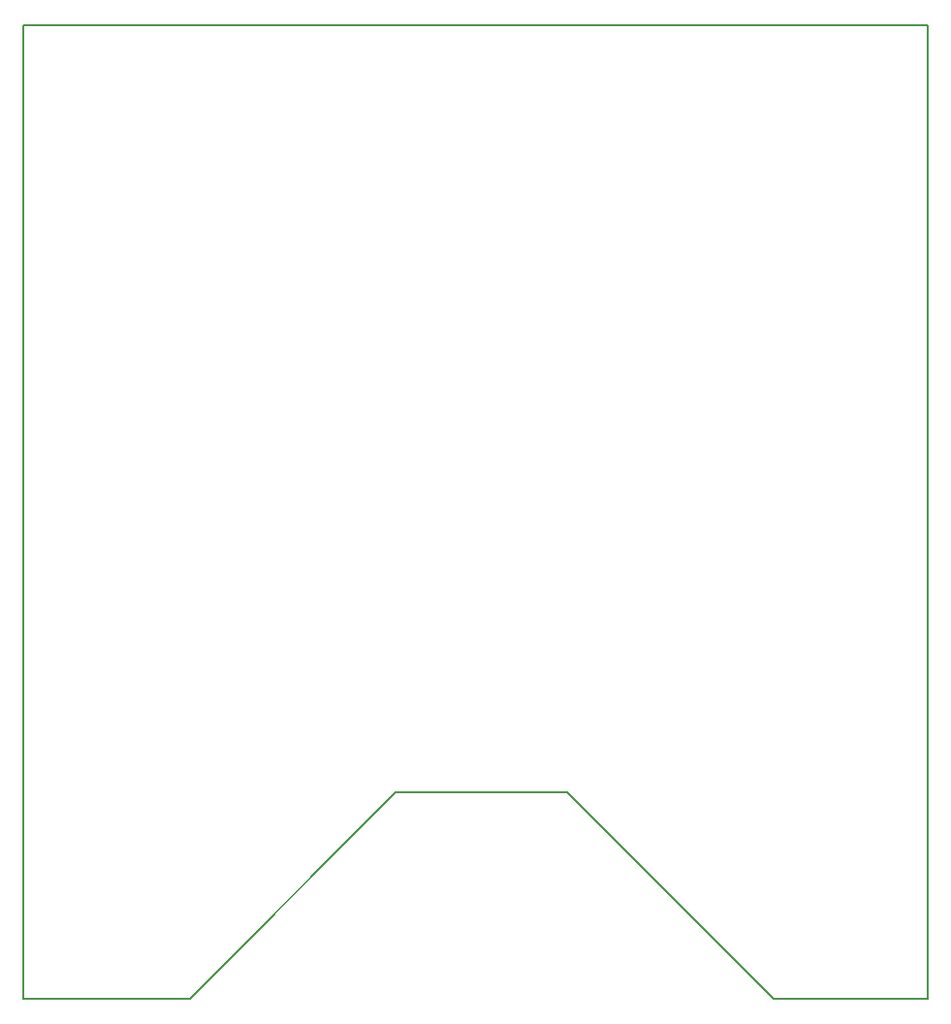
<source format=gbr>
G04 #@! TF.GenerationSoftware,KiCad,Pcbnew,8.0.6-8.0.6-0~ubuntu22.04.1*
G04 #@! TF.CreationDate,2024-11-29T16:11:16+03:00*
G04 #@! TF.ProjectId,Dreamstalker-PRO-v2,44726561-6d73-4746-916c-6b65722d5052,2.3*
G04 #@! TF.SameCoordinates,Original*
G04 #@! TF.FileFunction,Profile,NP*
%FSLAX46Y46*%
G04 Gerber Fmt 4.6, Leading zero omitted, Abs format (unit mm)*
G04 Created by KiCad (PCBNEW 8.0.6-8.0.6-0~ubuntu22.04.1) date 2024-11-29 16:11:16*
%MOMM*%
%LPD*%
G01*
G04 APERTURE LIST*
G04 #@! TA.AperFunction,Profile*
%ADD10C,0.150000*%
G04 #@! TD*
G04 APERTURE END LIST*
D10*
X122000000Y-109000000D02*
X104000000Y-127000000D01*
X89500000Y-42000000D02*
X168500000Y-42000000D01*
X168500000Y-42000000D02*
X168500000Y-127000000D01*
X168500000Y-127000000D02*
X155000000Y-127000000D01*
X122000000Y-109000000D02*
X137000000Y-109000000D01*
X89500000Y-127000000D02*
X104000000Y-127000000D01*
X89500000Y-42000000D02*
X89500000Y-127000000D01*
X137000000Y-109000000D02*
X155000000Y-127000000D01*
M02*

</source>
